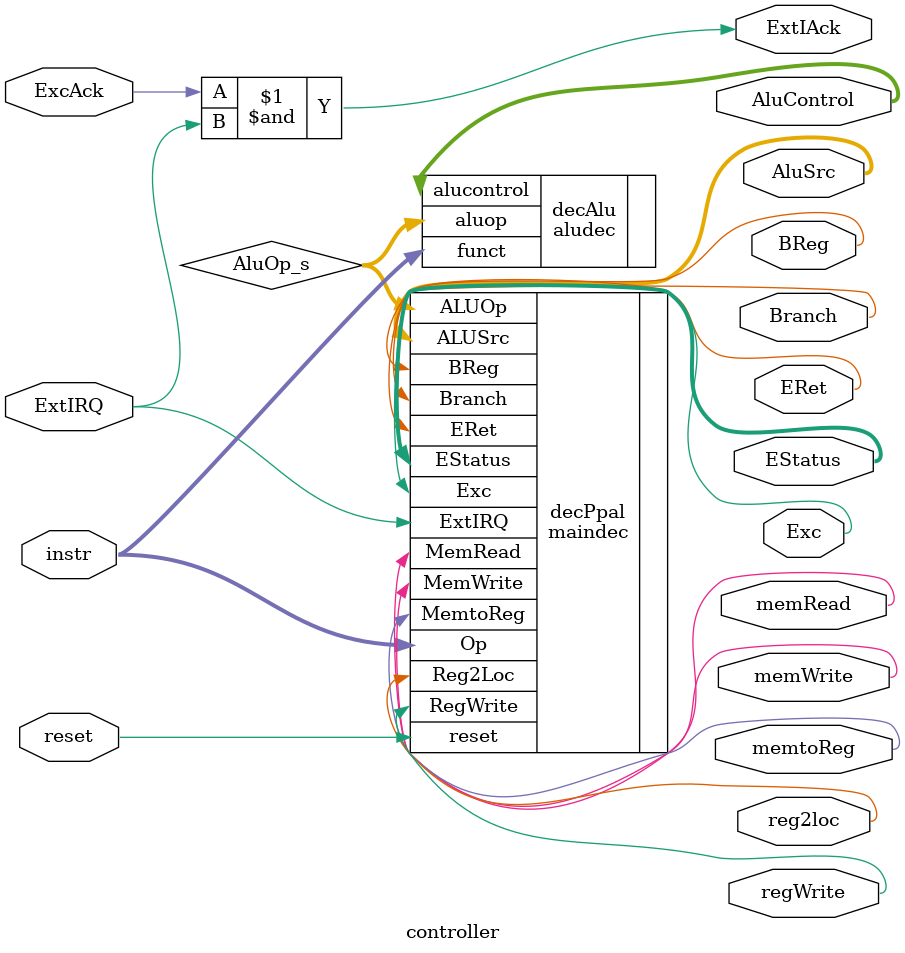
<source format=sv>

module controller(input logic [10:0] instr,
                        input logic ExtIRQ, reset, ExcAck,
                        output logic [1:0] AluSrc,
                        output logic [3:0] AluControl, EStatus,
                        output logic reg2loc, regWrite,Branch,
                                memtoReg, memRead, memWrite, ERet, Exc, ExtIAck, BReg);

    logic [1:0] AluOp_s;

    maindec     decPpal     (.Op(instr),
                            .ExtIRQ(ExtIRQ),
                            .reset(reset),
                            .Reg2Loc(reg2loc),
                            .ALUSrc(AluSrc),
                            .MemtoReg(memtoReg),
                            .RegWrite(regWrite),
                            .MemRead(memRead),
                            .MemWrite(memWrite),
                            .Branch(Branch),
                            .ALUOp(AluOp_s),
                            .ERet(ERet),
                            .Exc(Exc),
                            .BReg(BReg),
                            .EStatus(EStatus));


    aludec     decAlu     (.funct(instr),
                            .aluop(AluOp_s),
                            .alucontrol(AluControl));

    assign ExtIAck = ExcAck & ExtIRQ;
endmodule

</source>
